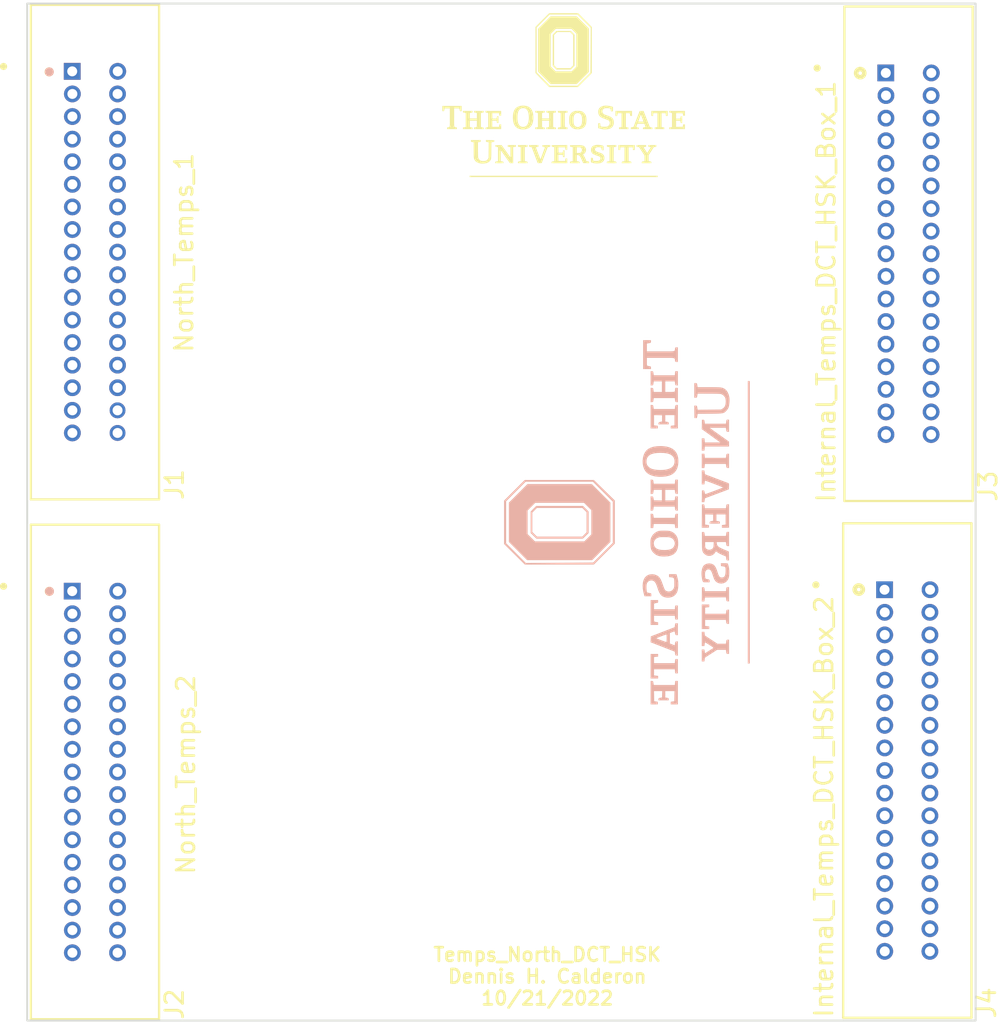
<source format=kicad_pcb>
(kicad_pcb (version 20211014) (generator pcbnew)
  (title_block (company "The Ohio State University"))
  (layers (0 "F.Cu" signal) (31 "B.Cu" signal) (34 "B.Paste" user) (35 "F.Paste" user) (36 "B.SilkS" user "B.Silkscreen") (37 "F.SilkS" user "F.Silkscreen") (38 "B.Mask" user) (39 "F.Mask" user) (44 "Edge.Cuts" user))
  (net 0 "")
  (footprint "HELIX:HELIX_DCT_ICDconnector34pin_corrected" (layer "F.Cu") (at 95.25 90.17 -90)
    (fp_text reference "J2" (at 13.0556 -4.4704 90) (layer "F.SilkS"))
    (fp_text value "North_Temps_2" (at 0.15 -5.11 90) (layer "F.SilkS"))
    (pad "1" thru_hole rect (at -10.16 1.28016 270) (size 0.9408 0.9408) (drill 0.56) (layers *.Cu *.Mask))
    (pad "2" thru_hole circle (at -10.16 -1.28016 270) (size 0.9408 0.9408) (drill 0.56) (layers *.Cu *.Mask))
    (pad "3" thru_hole circle (at -8.89 1.27 270) (size 0.9408 0.9408) (drill 0.56) (layers *.Cu *.Mask))
    (pad "4" thru_hole circle (at -8.89 -1.27 270) (size 0.9408 0.9408) (drill 0.56) (layers *.Cu *.Mask))
    (pad "5" thru_hole circle (at -7.62 1.27 270) (size 0.9408 0.9408) (drill 0.56) (layers *.Cu *.Mask))
    (pad "6" thru_hole circle (at -7.62 -1.27 270) (size 0.9408 0.9408) (drill 0.56) (layers *.Cu *.Mask))
    (pad "7" thru_hole circle (at -6.35 1.27 270) (size 0.9408 0.9408) (drill 0.56) (layers *.Cu *.Mask))
    (pad "8" thru_hole circle (at -6.35 -1.27 270) (size 0.9408 0.9408) (drill 0.56) (layers *.Cu *.Mask))
    (pad "9" thru_hole circle (at -5.08 1.27 270) (size 0.9408 0.9408) (drill 0.56) (layers *.Cu *.Mask))
    (pad "10" thru_hole circle (at -5.08 -1.27 270) (size 0.9408 0.9408) (drill 0.56) (layers *.Cu *.Mask))
    (pad "11" thru_hole circle (at -3.81 1.27 270) (size 0.9408 0.9408) (drill 0.56) (layers *.Cu *.Mask))
    (pad "12" thru_hole circle (at -3.81 -1.27 270) (size 0.9408 0.9408) (drill 0.56) (layers *.Cu *.Mask))
    (pad "13" thru_hole circle (at -2.54 1.27 270) (size 0.9408 0.9408) (drill 0.56) (layers *.Cu *.Mask))
    (pad "14" thru_hole circle (at -2.54 -1.27 270) (size 0.9408 0.9408) (drill 0.56) (layers *.Cu *.Mask))
    (pad "15" thru_hole circle (at -1.27 1.27 270) (size 0.9408 0.9408) (drill 0.56) (layers *.Cu *.Mask))
    (pad "16" thru_hole circle (at -1.27 -1.27 270) (size 0.9408 0.9408) (drill 0.56) (layers *.Cu *.Mask))
    (pad "17" thru_hole circle (at 0 1.27 270) (size 0.9408 0.9408) (drill 0.56) (layers *.Cu *.Mask))
    (pad "18" thru_hole circle (at 0 -1.27 270) (size 0.9408 0.9408) (drill 0.56) (layers *.Cu *.Mask))
    (pad "19" thru_hole circle (at 1.27 1.27 270) (size 0.9408 0.9408) (drill 0.56) (layers *.Cu *.Mask))
    (pad "20" thru_hole circle (at 1.27 -1.27 270) (size 0.9408 0.9408) (drill 0.56) (layers *.Cu *.Mask))
    (pad "21" thru_hole circle (at 2.54 1.27 270) (size 0.9408 0.9408) (drill 0.56) (layers *.Cu *.Mask))
    (pad "22" thru_hole circle (at 2.54 -1.27 270) (size 0.9408 0.9408) (drill 0.56) (layers *.Cu *.Mask))
    (pad "23" thru_hole circle (at 3.81 1.27 270) (size 0.9408 0.9408) (drill 0.56) (layers *.Cu *.Mask))
    (pad "24" thru_hole circle (at 3.81 -1.27 270) (size 0.9408 0.9408) (drill 0.56) (layers *.Cu *.Mask))
    (pad "25" thru_hole circle (at 5.08 1.27 270) (size 0.9408 0.9408) (drill 0.56) (layers *.Cu *.Mask))
    (pad "26" thru_hole circle (at 5.08 -1.27 270) (size 0.9408 0.9408) (drill 0.56) (layers *.Cu *.Mask))
    (pad "27" thru_hole circle (at 6.35 1.27 270) (size 0.9408 0.9408) (drill 0.56) (layers *.Cu *.Mask))
    (pad "28" thru_hole circle (at 6.35 -1.27 270) (size 0.9408 0.9408) (drill 0.56) (layers *.Cu *.Mask))
    (pad "29" thru_hole circle (at 7.62 1.27 270) (size 0.9408 0.9408) (drill 0.56) (layers *.Cu *.Mask))
    (pad "30" thru_hole circle (at 7.62 -1.27 270) (size 0.9408 0.9408) (drill 0.56) (layers *.Cu *.Mask))
    (pad "31" thru_hole circle (at 8.89 1.27 270) (size 0.9408 0.9408) (drill 0.56) (layers *.Cu *.Mask))
    (pad "32" thru_hole circle (at 8.89 -1.27 270) (size 0.9408 0.9408) (drill 0.56) (layers *.Cu *.Mask))
    (pad "33" thru_hole circle (at 10.16 1.27 270) (size 0.9408 0.9408) (drill 0.56) (layers *.Cu *.Mask))
    (pad "34" thru_hole circle (at 10.16 -1.27 270) (size 0.9408 0.9408) (drill 0.56) (layers *.Cu *.Mask))
  )
  (footprint "HELIX:HELIX_DCT_ICDconnector34pin_corrected" (layer "F.Cu") (at 141.01 61.05 -90)
    (fp_text reference "J3" (at 13.0556 -4.4704 90) (layer "F.SilkS"))
    (fp_text value "Internal_Temps_DCT_HSK_Box_1" (at 2.12 4.63 90) (layer "F.SilkS"))
    (pad "1" thru_hole rect (at -10.16 1.28016 270) (size 0.9408 0.9408) (drill 0.56) (layers *.Cu *.Mask))
    (pad "2" thru_hole circle (at -10.16 -1.28016 270) (size 0.9408 0.9408) (drill 0.56) (layers *.Cu *.Mask))
    (pad "3" thru_hole circle (at -8.89 1.27 270) (size 0.9408 0.9408) (drill 0.56) (layers *.Cu *.Mask))
    (pad "4" thru_hole circle (at -8.89 -1.27 270) (size 0.9408 0.9408) (drill 0.56) (layers *.Cu *.Mask))
    (pad "5" thru_hole circle (at -7.62 1.27 270) (size 0.9408 0.9408) (drill 0.56) (layers *.Cu *.Mask))
    (pad "6" thru_hole circle (at -7.62 -1.27 270) (size 0.9408 0.9408) (drill 0.56) (layers *.Cu *.Mask))
    (pad "7" thru_hole circle (at -6.35 1.27 270) (size 0.9408 0.9408) (drill 0.56) (layers *.Cu *.Mask))
    (pad "8" thru_hole circle (at -6.35 -1.27 270) (size 0.9408 0.9408) (drill 0.56) (layers *.Cu *.Mask))
    (pad "9" thru_hole circle (at -5.08 1.27 270) (size 0.9408 0.9408) (drill 0.56) (layers *.Cu *.Mask))
    (pad "10" thru_hole circle (at -5.08 -1.27 270) (size 0.9408 0.9408) (drill 0.56) (layers *.Cu *.Mask))
    (pad "11" thru_hole circle (at -3.81 1.27 270) (size 0.9408 0.9408) (drill 0.56) (layers *.Cu *.Mask))
    (pad "12" thru_hole circle (at -3.81 -1.27 270) (size 0.9408 0.9408) (drill 0.56) (layers *.Cu *.Mask))
    (pad "13" thru_hole circle (at -2.54 1.27 270) (size 0.9408 0.9408) (drill 0.56) (layers *.Cu *.Mask))
    (pad "14" thru_hole circle (at -2.54 -1.27 270) (size 0.9408 0.9408) (drill 0.56) (layers *.Cu *.Mask))
    (pad "15" thru_hole circle (at -1.27 1.27 270) (size 0.9408 0.9408) (drill 0.56) (layers *.Cu *.Mask))
    (pad "16" thru_hole circle (at -1.27 -1.27 270) (size 0.9408 0.9408) (drill 0.56) (layers *.Cu *.Mask))
    (pad "17" thru_hole circle (at 0 1.27 270) (size 0.9408 0.9408) (drill 0.56) (layers *.Cu *.Mask))
    (pad "18" thru_hole circle (at 0 -1.27 270) (size 0.9408 0.9408) (drill 0.56) (layers *.Cu *.Mask))
    (pad "19" thru_hole circle (at 1.27 1.27 270) (size 0.9408 0.9408) (drill 0.56) (layers *.Cu *.Mask))
    (pad "20" thru_hole circle (at 1.27 -1.27 270) (size 0.9408 0.9408) (drill 0.56) (layers *.Cu *.Mask))
    (pad "21" thru_hole circle (at 2.54 1.27 270) (size 0.9408 0.9408) (drill 0.56) (layers *.Cu *.Mask))
    (pad "22" thru_hole circle (at 2.54 -1.27 270) (size 0.9408 0.9408) (drill 0.56) (layers *.Cu *.Mask))
    (pad "23" thru_hole circle (at 3.81 1.27 270) (size 0.9408 0.9408) (drill 0.56) (layers *.Cu *.Mask))
    (pad "24" thru_hole circle (at 3.81 -1.27 270) (size 0.9408 0.9408) (drill 0.56) (layers *.Cu *.Mask))
    (pad "25" thru_hole circle (at 5.08 1.27 270) (size 0.9408 0.9408) (drill 0.56) (layers *.Cu *.Mask))
    (pad "26" thru_hole circle (at 5.08 -1.27 270) (size 0.9408 0.9408) (drill 0.56) (layers *.Cu *.Mask))
    (pad "27" thru_hole circle (at 6.35 1.27 270) (size 0.9408 0.9408) (drill 0.56) (layers *.Cu *.Mask))
    (pad "28" thru_hole circle (at 6.35 -1.27 270) (size 0.9408 0.9408) (drill 0.56) (layers *.Cu *.Mask))
    (pad "29" thru_hole circle (at 7.62 1.27 270) (size 0.9408 0.9408) (drill 0.56) (layers *.Cu *.Mask))
    (pad "30" thru_hole circle (at 7.62 -1.27 270) (size 0.9408 0.9408) (drill 0.56) (layers *.Cu *.Mask))
    (pad "31" thru_hole circle (at 8.89 1.27 270) (size 0.9408 0.9408) (drill 0.56) (layers *.Cu *.Mask))
    (pad "32" thru_hole circle (at 8.89 -1.27 270) (size 0.9408 0.9408) (drill 0.56) (layers *.Cu *.Mask))
    (pad "33" thru_hole circle (at 10.16 1.27 270) (size 0.9408 0.9408) (drill 0.56) (layers *.Cu *.Mask))
    (pad "34" thru_hole circle (at 10.16 -1.27 270) (size 0.9408 0.9408) (drill 0.56) (layers *.Cu *.Mask))
  )
  (footprint "HELIX:HELIX_DCT_ICDconnector34pin_corrected" (layer "F.Cu") (at 140.94 90.09 -90)
    (fp_text reference "J4" (at 13.0556 -4.4704 90) (layer "F.SilkS"))
    (fp_text value "Internal_Temps_DCT_HSK_Box_2" (at 2.03 4.69 90) (layer "F.SilkS"))
    (pad "1" thru_hole rect (at -10.16 1.28016 270) (size 0.9408 0.9408) (drill 0.56) (layers *.Cu *.Mask))
    (pad "2" thru_hole circle (at -10.16 -1.28016 270) (size 0.9408 0.9408) (drill 0.56) (layers *.Cu *.Mask))
    (pad "3" thru_hole circle (at -8.89 1.27 270) (size 0.9408 0.9408) (drill 0.56) (layers *.Cu *.Mask))
    (pad "4" thru_hole circle (at -8.89 -1.27 270) (size 0.9408 0.9408) (drill 0.56) (layers *.Cu *.Mask))
    (pad "5" thru_hole circle (at -7.62 1.27 270) (size 0.9408 0.9408) (drill 0.56) (layers *.Cu *.Mask))
    (pad "6" thru_hole circle (at -7.62 -1.27 270) (size 0.9408 0.9408) (drill 0.56) (layers *.Cu *.Mask))
    (pad "7" thru_hole circle (at -6.35 1.27 270) (size 0.9408 0.9408) (drill 0.56) (layers *.Cu *.Mask))
    (pad "8" thru_hole circle (at -6.35 -1.27 270) (size 0.9408 0.9408) (drill 0.56) (layers *.Cu *.Mask))
    (pad "9" thru_hole circle (at -5.08 1.27 270) (size 0.9408 0.9408) (drill 0.56) (layers *.Cu *.Mask))
    (pad "10" thru_hole circle (at -5.08 -1.27 270) (size 0.9408 0.9408) (drill 0.56) (layers *.Cu *.Mask))
    (pad "11" thru_hole circle (at -3.81 1.27 270) (size 0.9408 0.9408) (drill 0.56) (layers *.Cu *.Mask))
    (pad "12" thru_hole circle (at -3.81 -1.27 270) (size 0.9408 0.9408) (drill 0.56) (layers *.Cu *.Mask))
    (pad "13" thru_hole circle (at -2.54 1.27 270) (size 0.9408 0.9408) (drill 0.56) (layers *.Cu *.Mask))
    (pad "14" thru_hole circle (at -2.54 -1.27 270) (size 0.9408 0.9408) (drill 0.56) (layers *.Cu *.Mask))
    (pad "15" thru_hole circle (at -1.27 1.27 270) (size 0.9408 0.9408) (drill 0.56) (layers *.Cu *.Mask))
    (pad "16" thru_hole circle (at -1.27 -1.27 270) (size 0.9408 0.9408) (drill 0.56) (layers *.Cu *.Mask))
    (pad "17" thru_hole circle (at 0 1.27 270) (size 0.9408 0.9408) (drill 0.56) (layers *.Cu *.Mask))
    (pad "18" thru_hole circle (at 0 -1.27 270) (size 0.9408 0.9408) (drill 0.56) (layers *.Cu *.Mask))
    (pad "19" thru_hole circle (at 1.27 1.27 270) (size 0.9408 0.9408) (drill 0.56) (layers *.Cu *.Mask))
    (pad "20" thru_hole circle (at 1.27 -1.27 270) (size 0.9408 0.9408) (drill 0.56) (layers *.Cu *.Mask))
    (pad "21" thru_hole circle (at 2.54 1.27 270) (size 0.9408 0.9408) (drill 0.56) (layers *.Cu *.Mask))
    (pad "22" thru_hole circle (at 2.54 -1.27 270) (size 0.9408 0.9408) (drill 0.56) (layers *.Cu *.Mask))
    (pad "23" thru_hole circle (at 3.81 1.27 270) (size 0.9408 0.9408) (drill 0.56) (layers *.Cu *.Mask))
    (pad "24" thru_hole circle (at 3.81 -1.27 270) (size 0.9408 0.9408) (drill 0.56) (layers *.Cu *.Mask))
    (pad "25" thru_hole circle (at 5.08 1.27 270) (size 0.9408 0.9408) (drill 0.56) (layers *.Cu *.Mask))
    (pad "26" thru_hole circle (at 5.08 -1.27 270) (size 0.9408 0.9408) (drill 0.56) (layers *.Cu *.Mask))
    (pad "27" thru_hole circle (at 6.35 1.27 270) (size 0.9408 0.9408) (drill 0.56) (layers *.Cu *.Mask))
    (pad "28" thru_hole circle (at 6.35 -1.27 270) (size 0.9408 0.9408) (drill 0.56) (layers *.Cu *.Mask))
    (pad "29" thru_hole circle (at 7.62 1.27 270) (size 0.9408 0.9408) (drill 0.56) (layers *.Cu *.Mask))
    (pad "30" thru_hole circle (at 7.62 -1.27 270) (size 0.9408 0.9408) (drill 0.56) (layers *.Cu *.Mask))
    (pad "31" thru_hole circle (at 8.89 1.27 270) (size 0.9408 0.9408) (drill 0.56) (layers *.Cu *.Mask))
    (pad "32" thru_hole circle (at 8.89 -1.27 270) (size 0.9408 0.9408) (drill 0.56) (layers *.Cu *.Mask))
    (pad "33" thru_hole circle (at 10.16 1.27 270) (size 0.9408 0.9408) (drill 0.56) (layers *.Cu *.Mask))
    (pad "34" thru_hole circle (at 10.16 -1.27 270) (size 0.9408 0.9408) (drill 0.56) (layers *.Cu *.Mask))
  )
  (footprint "LOGO" (layer "F.Cu") (at 121.61 52.13)
    (fp_text reference "G***" hide)
    (fp_text value "LOGO" hide)
  )
  (footprint "HELIX:HELIX_DCT_ICDconnector34pin_corrected" (layer "F.Cu") (at 95.25 60.96 -90)
    (fp_text reference "J1" (at 13.0556 -4.4704 90) (layer "F.SilkS"))
    (fp_text value "North_Temps_1" (at 0.03 -5.01 90) (layer "F.SilkS"))
    (pad "1" thru_hole rect (at -10.16 1.28016 270) (size 0.9408 0.9408) (drill 0.56) (layers *.Cu *.Mask))
    (pad "2" thru_hole circle (at -10.16 -1.28016 270) (size 0.9408 0.9408) (drill 0.56) (layers *.Cu *.Mask))
    (pad "3" thru_hole circle (at -8.89 1.27 270) (size 0.9408 0.9408) (drill 0.56) (layers *.Cu *.Mask))
    (pad "4" thru_hole circle (at -8.89 -1.27 270) (size 0.9408 0.9408) (drill 0.56) (layers *.Cu *.Mask))
    (pad "5" thru_hole circle (at -7.62 1.27 270) (size 0.9408 0.9408) (drill 0.56) (layers *.Cu *.Mask))
    (pad "6" thru_hole circle (at -7.62 -1.27 270) (size 0.9408 0.9408) (drill 0.56) (layers *.Cu *.Mask))
    (pad "7" thru_hole circle (at -6.35 1.27 270) (size 0.9408 0.9408) (drill 0.56) (layers *.Cu *.Mask))
    (pad "8" thru_hole circle (at -6.35 -1.27 270) (size 0.9408 0.9408) (drill 0.56) (layers *.Cu *.Mask))
    (pad "9" thru_hole circle (at -5.08 1.27 270) (size 0.9408 0.9408) (drill 0.56) (layers *.Cu *.Mask))
    (pad "10" thru_hole circle (at -5.08 -1.27 270) (size 0.9408 0.9408) (drill 0.56) (layers *.Cu *.Mask))
    (pad "11" thru_hole circle (at -3.81 1.27 270) (size 0.9408 0.9408) (drill 0.56) (layers *.Cu *.Mask))
    (pad "12" thru_hole circle (at -3.81 -1.27 270) (size 0.9408 0.9408) (drill 0.56) (layers *.Cu *.Mask))
    (pad "13" thru_hole circle (at -2.54 1.27 270) (size 0.9408 0.9408) (drill 0.56) (layers *.Cu *.Mask))
    (pad "14" thru_hole circle (at -2.54 -1.27 270) (size 0.9408 0.9408) (drill 0.56) (layers *.Cu *.Mask))
    (pad "15" thru_hole circle (at -1.27 1.27 270) (size 0.9408 0.9408) (drill 0.56) (layers *.Cu *.Mask))
    (pad "16" thru_hole circle (at -1.27 -1.27 270) (size 0.9408 0.9408) (drill 0.56) (layers *.Cu *.Mask))
    (pad "17" thru_hole circle (at 0 1.27 270) (size 0.9408 0.9408) (drill 0.56) (layers *.Cu *.Mask))
    (pad "18" thru_hole circle (at 0 -1.27 270) (size 0.9408 0.9408) (drill 0.56) (layers *.Cu *.Mask))
    (pad "19" thru_hole circle (at 1.27 1.27 270) (size 0.9408 0.9408) (drill 0.56) (layers *.Cu *.Mask))
    (pad "20" thru_hole circle (at 1.27 -1.27 270) (size 0.9408 0.9408) (drill 0.56) (layers *.Cu *.Mask))
    (pad "21" thru_hole circle (at 2.54 1.27 270) (size 0.9408 0.9408) (drill 0.56) (layers *.Cu *.Mask))
    (pad "22" thru_hole circle (at 2.54 -1.27 270) (size 0.9408 0.9408) (drill 0.56) (layers *.Cu *.Mask))
    (pad "23" thru_hole circle (at 3.81 1.27 270) (size 0.9408 0.9408) (drill 0.56) (layers *.Cu *.Mask))
    (pad "24" thru_hole circle (at 3.81 -1.27 270) (size 0.9408 0.9408) (drill 0.56) (layers *.Cu *.Mask))
    (pad "25" thru_hole circle (at 5.08 1.27 270) (size 0.9408 0.9408) (drill 0.56) (layers *.Cu *.Mask))
    (pad "26" thru_hole circle (at 5.08 -1.27 270) (size 0.9408 0.9408) (drill 0.56) (layers *.Cu *.Mask))
    (pad "27" thru_hole circle (at 6.35 1.27 270) (size 0.9408 0.9408) (drill 0.56) (layers *.Cu *.Mask))
    (pad "28" thru_hole circle (at 6.35 -1.27 270) (size 0.9408 0.9408) (drill 0.56) (layers *.Cu *.Mask))
    (pad "29" thru_hole circle (at 7.62 1.27 270) (size 0.9408 0.9408) (drill 0.56) (layers *.Cu *.Mask))
    (pad "30" thru_hole circle (at 7.62 -1.27 270) (size 0.9408 0.9408) (drill 0.56) (layers *.Cu *.Mask))
    (pad "31" thru_hole circle (at 8.89 1.27 270) (size 0.9408 0.9408) (drill 0.56) (layers *.Cu *.Mask))
    (pad "32" thru_hole circle (at 8.89 -1.27 270) (size 0.89 0.89) (drill 0.56) (layers *.Cu *.Mask))
    (pad "33" thru_hole circle (at 10.16 1.27 270) (size 0.9408 0.9408) (drill 0.56) (layers *.Cu *.Mask))
    (pad "34" thru_hole circle (at 10.16 -1.27 270) (size 0.89 0.89) (drill 0.56) (layers *.Cu *.Mask))
  )
  (footprint "LOGO" (layer "B.Cu") (at 125.160868 76.139841 -90)
    (fp_text reference "G***" hide)
    (fp_text value "LOGO" hide)
  )
  (gr_circle (center 92.680001 50.83) (end 92.680002 50.83) (layer "B.SilkS") (width 0.254) (fill none))
  (gr_circle (center 92.69 80.02) (end 92.690001 80.02) (layer "B.SilkS") (width 0.254) (fill none))
  (gr_circle (center 138.29 50.9) (end 138.392956 50.9) (layer "F.SilkS") (width 0.254) (fill none))
  (gr_circle (center 92.67 50.83) (end 92.670001 50.83) (layer "F.SilkS") (width 0.254) (fill none))
  (gr_circle (center 92.68 80.02) (end 92.680001 80.02) (layer "F.SilkS") (width 0.254) (fill none))
  (gr_circle (center 138.21 79.92) (end 138.312956 79.92) (layer "F.SilkS") (width 0.254) (fill none))
  (gr_rect (start 91.44 46.99) (end 144.78 104.14) (layer "Edge.Cuts") (width 0.1) (fill none))
  (gr_text "Temps_North_DCT_HSK\nDennis H. Calderon\n10/21/2022" (at 120.69 101.66) (layer "F.SilkS") (effects (font (size 0.762 0.762))))
)
</source>
